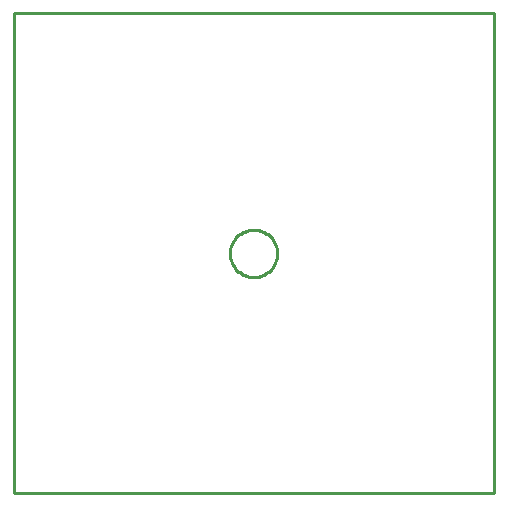
<source format=gbr>
G04 EAGLE Gerber RS-274X export*
G75*
%MOMM*%
%FSLAX34Y34*%
%LPD*%
%IN*%
%IPPOS*%
%AMOC8*
5,1,8,0,0,1.08239X$1,22.5*%
G01*
%ADD10C,0.254000*%


D10*
X0Y0D02*
X406400Y0D01*
X406400Y406400D01*
X0Y406400D01*
X0Y0D01*
X223200Y202596D02*
X223127Y201389D01*
X222981Y200189D01*
X222763Y199000D01*
X222474Y197827D01*
X222115Y196673D01*
X221686Y195543D01*
X221190Y194441D01*
X220628Y193370D01*
X220003Y192336D01*
X219316Y191341D01*
X218571Y190390D01*
X217769Y189485D01*
X216915Y188631D01*
X216010Y187829D01*
X215059Y187084D01*
X214064Y186397D01*
X213030Y185772D01*
X211959Y185210D01*
X210857Y184714D01*
X209727Y184285D01*
X208573Y183926D01*
X207400Y183637D01*
X206211Y183419D01*
X205011Y183273D01*
X203804Y183200D01*
X202596Y183200D01*
X201389Y183273D01*
X200189Y183419D01*
X199000Y183637D01*
X197827Y183926D01*
X196673Y184285D01*
X195543Y184714D01*
X194441Y185210D01*
X193370Y185772D01*
X192336Y186397D01*
X191341Y187084D01*
X190390Y187829D01*
X189485Y188631D01*
X188631Y189485D01*
X187829Y190390D01*
X187084Y191341D01*
X186397Y192336D01*
X185772Y193370D01*
X185210Y194441D01*
X184714Y195543D01*
X184285Y196673D01*
X183926Y197827D01*
X183637Y199000D01*
X183419Y200189D01*
X183273Y201389D01*
X183200Y202596D01*
X183200Y203804D01*
X183273Y205011D01*
X183419Y206211D01*
X183637Y207400D01*
X183926Y208573D01*
X184285Y209727D01*
X184714Y210857D01*
X185210Y211959D01*
X185772Y213030D01*
X186397Y214064D01*
X187084Y215059D01*
X187829Y216010D01*
X188631Y216915D01*
X189485Y217769D01*
X190390Y218571D01*
X191341Y219316D01*
X192336Y220003D01*
X193370Y220628D01*
X194441Y221190D01*
X195543Y221686D01*
X196673Y222115D01*
X197827Y222474D01*
X199000Y222763D01*
X200189Y222981D01*
X201389Y223127D01*
X202596Y223200D01*
X203804Y223200D01*
X205011Y223127D01*
X206211Y222981D01*
X207400Y222763D01*
X208573Y222474D01*
X209727Y222115D01*
X210857Y221686D01*
X211959Y221190D01*
X213030Y220628D01*
X214064Y220003D01*
X215059Y219316D01*
X216010Y218571D01*
X216915Y217769D01*
X217769Y216915D01*
X218571Y216010D01*
X219316Y215059D01*
X220003Y214064D01*
X220628Y213030D01*
X221190Y211959D01*
X221686Y210857D01*
X222115Y209727D01*
X222474Y208573D01*
X222763Y207400D01*
X222981Y206211D01*
X223127Y205011D01*
X223200Y203804D01*
X223200Y202596D01*
M02*

</source>
